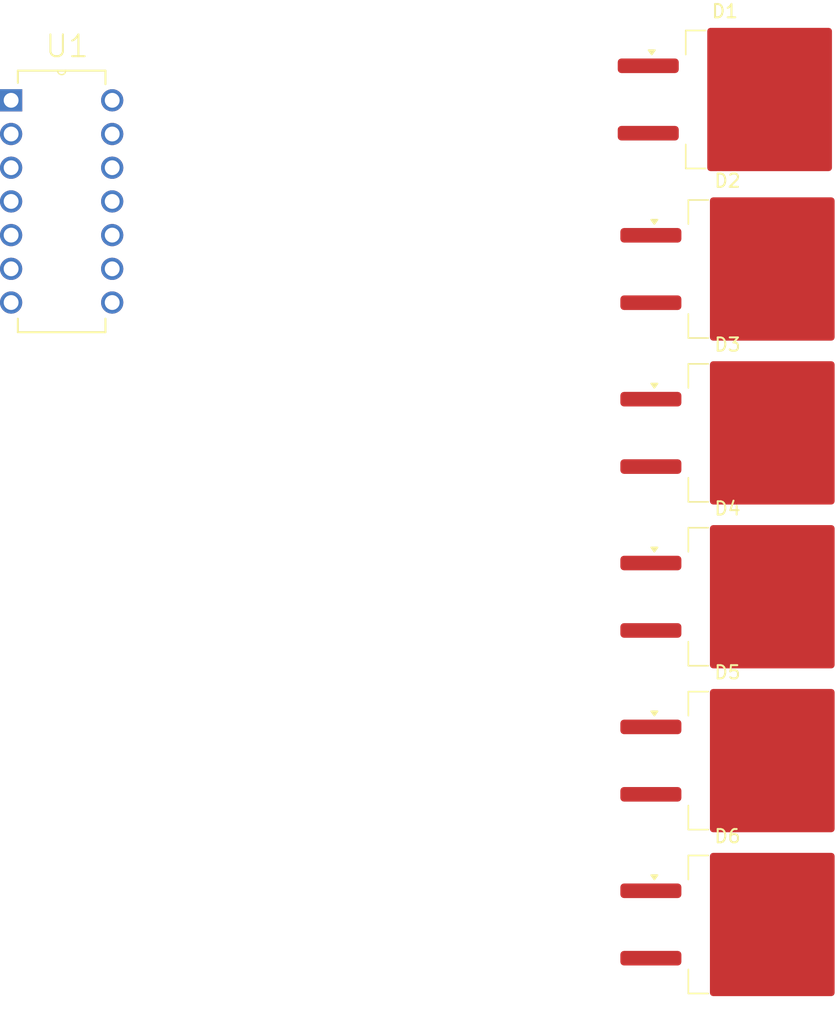
<source format=kicad_pcb>
(kicad_pcb (version 20241229) (generator "pcbnew") (generator_version "9.0")
  (layers (0 "F.Cu" signal) (2 "B.Cu" signal) (13 "F.Paste" user) (15 "B.Paste" user) (5 "F.SilkS" user "F.Silkscreen") (7 "B.SilkS" user "B.Silkscreen") (1 "F.Mask" user) (3 "B.Mask" user) (25 "Edge.Cuts" user))
  (net 0 "")
  (net 1 "/BLUE_PHASE_POWER")
  (net 2 "/V_OUT_RECTIFIED")
  (net 4 "+15V")
  (net 6 "GND")
  (net 8 "/CURRENT_OUT_MCU")
  (net 9 "Net-(U1-GAIN_SENSE_1)")
  (net 10 "-15V")
  (net 12 "Net-(U1-GAIN_SENSE_2)")
  (net 13 "/VOUT_TO_LOAD")
  (net 14 "/GREEN_PHASE_POWER")
  (net 15 "/YELLOW_PHASE_POWER")
  (footprint "Package_TO_SOT_SMD:TO-263-2_TabPin1" (layer "F.Cu") (at 194.675 72.2)
    (property "Reference" "D1" (at -1.875 -6.65 0) (layer "F.SilkS"))
    (property "Value" "S3D10065G")
    (fp_line (start -4.825 -5.2) (end -4.825 -3.39) (stroke (width 0.12)) (layer "F.SilkS"))
    (fp_line (start -4.825 5.2) (end -4.825 3.39) (stroke (width 0.12)) (layer "F.SilkS"))
    (fp_line (start -3.325 -5.2) (end -4.825 -5.2) (stroke (width 0.12)) (layer "F.SilkS"))
    (fp_line (start -3.325 5.2) (end -4.825 5.2) (stroke (width 0.12)) (layer "F.SilkS"))
    (fp_poly (pts (xy -7.3875 -3.39) (xy -7.6275 -3.72) (xy -7.1475 -3.72) (xy -7.3875 -3.39)) (stroke (width 0.12)) (fill yes) (layer "F.SilkS"))
    (pad "1" smd roundrect (at -7.65 -2.54) (size 4.6 1.1) (layers "F.Cu" "F.Mask" "F.Paste") (net 2 "/V_OUT_RECTIFIED"))
    (pad "1" smd roundrect (at 1.5 0) (size 9.4 10.8) (layers "F.Cu" "F.Mask") (roundrect_rratio 0.02659574468) (net 2 "/V_OUT_RECTIFIED"))
    (pad "2" smd roundrect (at -7.65 2.54) (size 4.6 1.1) (layers "F.Cu" "F.Mask" "F.Paste") (net 1 "/BLUE_PHASE_POWER"))
  )
  (footprint "Package_TO_SOT_SMD:TO-263-2_TabPin1" (layer "F.Cu") (at 194.875 134.375)
    (property "Reference" "D6" (at -1.875 -6.65 0) (layer "F.SilkS"))
    (property "Value" "S3D10065G")
    (fp_line (start -4.825 -5.2) (end -4.825 -3.39) (stroke (width 0.12)) (layer "F.SilkS"))
    (fp_line (start -4.825 5.2) (end -4.825 3.39) (stroke (width 0.12)) (layer "F.SilkS"))
    (fp_line (start -3.325 -5.2) (end -4.825 -5.2) (stroke (width 0.12)) (layer "F.SilkS"))
    (fp_line (start -3.325 5.2) (end -4.825 5.2) (stroke (width 0.12)) (layer "F.SilkS"))
    (fp_poly (pts (xy -7.3875 -3.39) (xy -7.6275 -3.72) (xy -7.1475 -3.72) (xy -7.3875 -3.39)) (stroke (width 0.12)) (fill yes) (layer "F.SilkS"))
    (pad "1" smd roundrect (at -7.65 -2.54) (size 4.6 1.1) (layers "F.Cu" "F.Mask" "F.Paste") (net 15 "/YELLOW_PHASE_POWER"))
    (pad "1" smd roundrect (at 1.5 0) (size 9.4 10.8) (layers "F.Cu" "F.Mask") (roundrect_rratio 0.02659574468) (net 15 "/YELLOW_PHASE_POWER"))
    (pad "2" smd roundrect (at -7.65 2.54) (size 4.6 1.1) (layers "F.Cu" "F.Mask" "F.Paste") (net 6 "GND"))
  )
  (footprint "Package_TO_SOT_SMD:TO-263-2_TabPin1" (layer "F.Cu") (at 194.875 97.325)
    (property "Reference" "D3" (at -1.875 -6.65 0) (layer "F.SilkS"))
    (property "Value" "S3D10065G")
    (fp_line (start -4.825 -5.2) (end -4.825 -3.39) (stroke (width 0.12)) (layer "F.SilkS"))
    (fp_line (start -4.825 5.2) (end -4.825 3.39) (stroke (width 0.12)) (layer "F.SilkS"))
    (fp_line (start -3.325 -5.2) (end -4.825 -5.2) (stroke (width 0.12)) (layer "F.SilkS"))
    (fp_line (start -3.325 5.2) (end -4.825 5.2) (stroke (width 0.12)) (layer "F.SilkS"))
    (fp_poly (pts (xy -7.3875 -3.39) (xy -7.6275 -3.72) (xy -7.1475 -3.72) (xy -7.3875 -3.39)) (stroke (width 0.12)) (fill yes) (layer "F.SilkS"))
    (pad "1" smd roundrect (at -7.65 -2.54) (size 4.6 1.1) (layers "F.Cu" "F.Mask" "F.Paste") (net 2 "/V_OUT_RECTIFIED"))
    (pad "1" smd roundrect (at 1.5 0) (size 9.4 10.8) (layers "F.Cu" "F.Mask") (roundrect_rratio 0.02659574468) (net 2 "/V_OUT_RECTIFIED"))
    (pad "2" smd roundrect (at -7.65 2.54) (size 4.6 1.1) (layers "F.Cu" "F.Mask" "F.Paste") (net 14 "/GREEN_PHASE_POWER"))
  )
  (footprint "Package_TO_SOT_SMD:TO-263-2_TabPin1" (layer "F.Cu") (at 194.875 109.675)
    (property "Reference" "D4" (at -1.875 -6.65 0) (layer "F.SilkS"))
    (property "Value" "S3D10065G")
    (fp_line (start -4.825 -5.2) (end -4.825 -3.39) (stroke (width 0.12)) (layer "F.SilkS"))
    (fp_line (start -4.825 5.2) (end -4.825 3.39) (stroke (width 0.12)) (layer "F.SilkS"))
    (fp_line (start -3.325 -5.2) (end -4.825 -5.2) (stroke (width 0.12)) (layer "F.SilkS"))
    (fp_line (start -3.325 5.2) (end -4.825 5.2) (stroke (width 0.12)) (layer "F.SilkS"))
    (fp_poly (pts (xy -7.3875 -3.39) (xy -7.6275 -3.72) (xy -7.1475 -3.72) (xy -7.3875 -3.39)) (stroke (width 0.12)) (fill yes) (layer "F.SilkS"))
    (pad "1" smd roundrect (at -7.65 -2.54) (size 4.6 1.1) (layers "F.Cu" "F.Mask" "F.Paste") (net 14 "/GREEN_PHASE_POWER"))
    (pad "1" smd roundrect (at 1.5 0) (size 9.4 10.8) (layers "F.Cu" "F.Mask") (roundrect_rratio 0.02659574468) (net 14 "/GREEN_PHASE_POWER"))
    (pad "2" smd roundrect (at -7.65 2.54) (size 4.6 1.1) (layers "F.Cu" "F.Mask" "F.Paste") (net 6 "GND"))
  )
  (footprint "Package_TO_SOT_SMD:TO-263-2_TabPin1" (layer "F.Cu") (at 194.875 84.975)
    (property "Reference" "D2" (at -1.875 -6.65 0) (layer "F.SilkS"))
    (property "Value" "S3D10065G")
    (fp_line (start -4.825 -5.2) (end -4.825 -3.39) (stroke (width 0.12)) (layer "F.SilkS"))
    (fp_line (start -4.825 5.2) (end -4.825 3.39) (stroke (width 0.12)) (layer "F.SilkS"))
    (fp_line (start -3.325 -5.2) (end -4.825 -5.2) (stroke (width 0.12)) (layer "F.SilkS"))
    (fp_line (start -3.325 5.2) (end -4.825 5.2) (stroke (width 0.12)) (layer "F.SilkS"))
    (fp_poly (pts (xy -7.3875 -3.39) (xy -7.6275 -3.72) (xy -7.1475 -3.72) (xy -7.3875 -3.39)) (stroke (width 0.12)) (fill yes) (layer "F.SilkS"))
    (pad "1" smd roundrect (at -7.65 -2.54) (size 4.6 1.1) (layers "F.Cu" "F.Mask" "F.Paste") (net 1 "/BLUE_PHASE_POWER"))
    (pad "1" smd roundrect (at 1.5 0) (size 9.4 10.8) (layers "F.Cu" "F.Mask") (roundrect_rratio 0.02659574468) (net 1 "/BLUE_PHASE_POWER"))
    (pad "2" smd roundrect (at -7.65 2.54) (size 4.6 1.1) (layers "F.Cu" "F.Mask" "F.Paste") (net 6 "GND"))
  )
  (footprint "Package_TO_SOT_SMD:TO-263-2_TabPin1" (layer "F.Cu") (at 194.875 122.025)
    (property "Reference" "D5" (at -1.875 -6.65 0) (layer "F.SilkS"))
    (property "Value" "S3D10065G")
    (fp_line (start -4.825 -5.2) (end -4.825 -3.39) (stroke (width 0.12)) (layer "F.SilkS"))
    (fp_line (start -4.825 5.2) (end -4.825 3.39) (stroke (width 0.12)) (layer "F.SilkS"))
    (fp_line (start -3.325 -5.2) (end -4.825 -5.2) (stroke (width 0.12)) (layer "F.SilkS"))
    (fp_line (start -3.325 5.2) (end -4.825 5.2) (stroke (width 0.12)) (layer "F.SilkS"))
    (fp_poly (pts (xy -7.3875 -3.39) (xy -7.6275 -3.72) (xy -7.1475 -3.72) (xy -7.3875 -3.39)) (stroke (width 0.12)) (fill yes) (layer "F.SilkS"))
    (pad "1" smd roundrect (at -7.65 -2.54) (size 4.6 1.1) (layers "F.Cu" "F.Mask" "F.Paste") (net 2 "/V_OUT_RECTIFIED"))
    (pad "1" smd roundrect (at 1.5 0) (size 9.4 10.8) (layers "F.Cu" "F.Mask") (roundrect_rratio 0.02659574468) (net 2 "/V_OUT_RECTIFIED"))
    (pad "2" smd roundrect (at -7.65 2.54) (size 4.6 1.1) (layers "F.Cu" "F.Mask" "F.Paste") (net 15 "/YELLOW_PHASE_POWER"))
  )
  (footprint "INA101HP:DIP254P762X508-14" (layer "F.Cu") (at 146.6182 87.5014)
    (property "Reference" "U1" (at -3.406095 -19.318165 0) (layer "F.SilkS") (effects (font (size 1.641205 1.641205))))
    (property "Value" "INA101HP")
    (fp_line (start -7.112 -17.4752) (end -7.112 -16.5608) (stroke (width 0.1524)) (layer "F.SilkS"))
    (fp_line (start -7.112 1.2192) (end -7.112 2.2352) (stroke (width 0.1524)) (layer "F.SilkS"))
    (fp_line (start -7.112 2.2352) (end -0.508 2.2352) (stroke (width 0.1524)) (layer "F.SilkS"))
    (fp_line (start -4.1148 -17.4752) (end -7.112 -17.4752) (stroke (width 0.1524)) (layer "F.SilkS"))
    (fp_line (start -3.5052 -17.4752) (end -4.1148 -17.4752) (stroke (width 0.1524)) (layer "F.SilkS"))
    (fp_line (start -0.508 -17.4752) (end -3.5052 -17.4752) (stroke (width 0.1524)) (layer "F.SilkS"))
    (fp_line (start -0.508 -16.4592) (end -0.508 -17.4752) (stroke (width 0.1524)) (layer "F.SilkS"))
    (fp_line (start -0.508 2.2352) (end -0.508 1.2192) (stroke (width 0.1524)) (layer "F.SilkS"))
    (fp_arc (start -3.5052 -17.4752) (mid -3.81 -17.1704) (end -4.1148 -17.4752) (stroke (width 0.1)) (layer "F.SilkS"))
    (pad "1" thru_hole rect (at -7.62 -15.24) (size 1.6764 1.6764) (drill 1.1176) (layers "*.Cu" "*.Mask") (net 8 "/CURRENT_OUT_MCU"))
    (pad "2" thru_hole circle (at -7.62 -12.7) (size 1.6764 1.6764) (drill 1.1176) (layers "*.Cu" "*.Mask") (net 4 "+15V"))
    (pad "3" thru_hole circle (at -7.62 -10.16) (size 1.6764 1.6764) (drill 1.1176) (layers "*.Cu" "*.Mask") (net 13 "/VOUT_TO_LOAD"))
    (pad "4" thru_hole circle (at -7.62 -7.62) (size 1.6764 1.6764) (drill 1.1176) (layers "*.Cu" "*.Mask") (net 9 "Net-(U1-GAIN_SENSE_1)"))
    (pad "5" thru_hole circle (at -7.62 -5.08) (size 1.6764 1.6764) (drill 1.1176) (layers "*.Cu" "*.Mask") (net 9 "Net-(U1-GAIN_SENSE_1)"))
    (pad "6" thru_hole circle (at -7.62 -2.54) (size 1.6764 1.6764) (drill 1.1176) (layers "*.Cu" "*.Mask"))
    (pad "7" thru_hole circle (at -7.62 0) (size 1.6764 1.6764) (drill 1.1176) (layers "*.Cu" "*.Mask"))
    (pad "8" thru_hole circle (at 0 0) (size 1.6764 1.6764) (drill 1.1176) (layers "*.Cu" "*.Mask"))
    (pad "9" thru_hole circle (at 0 -2.54) (size 1.6764 1.6764) (drill 1.1176) (layers "*.Cu" "*.Mask"))
    (pad "10" thru_hole circle (at 0 -5.08) (size 1.6764 1.6764) (drill 1.1176) (layers "*.Cu" "*.Mask") (net 12 "Net-(U1-GAIN_SENSE_2)"))
    (pad "11" thru_hole circle (at 0 -7.62) (size 1.6764 1.6764) (drill 1.1176) (layers "*.Cu" "*.Mask") (net 12 "Net-(U1-GAIN_SENSE_2)"))
    (pad "12" thru_hole circle (at 0 -10.16) (size 1.6764 1.6764) (drill 1.1176) (layers "*.Cu" "*.Mask") (net 2 "/V_OUT_RECTIFIED"))
    (pad "13" thru_hole circle (at 0 -12.7) (size 1.6764 1.6764) (drill 1.1176) (layers "*.Cu" "*.Mask") (net 10 "-15V"))
    (pad "14" thru_hole circle (at 0 -15.24) (size 1.6764 1.6764) (drill 1.1176) (layers "*.Cu" "*.Mask") (net 6 "GND"))
  )
)
</source>
